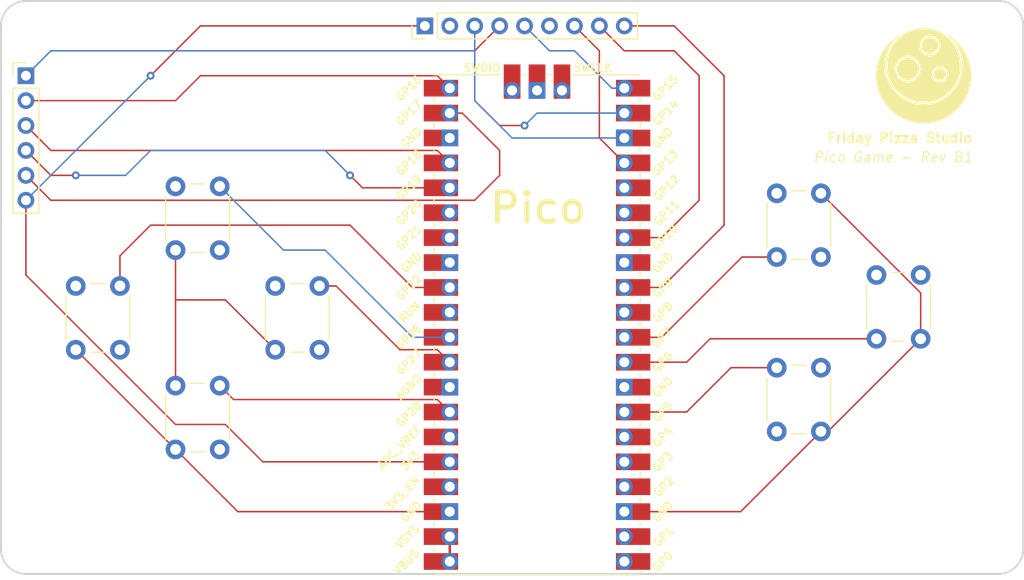
<source format=kicad_pcb>
(kicad_pcb (version 20221018) (generator pcbnew)
  (layers (0 "F.Cu" signal) (31 "B.Cu" signal) (34 "B.Paste" user) (35 "F.Paste" user) (36 "B.SilkS" user "B.Silkscreen") (37 "F.SilkS" user "F.Silkscreen") (38 "B.Mask" user) (39 "F.Mask" user) (44 "Edge.Cuts" user))
  (net 0 "")
  (footprint "Button_Switch_THT:SW_PUSH_6mm" (layer "F.Cu") (at 114.3 114.3 90)
    (fp_text reference "REF**" hide)
    (fp_text value "Bottom")
    (fp_line (start -0.25 1.5) (end -0.25 3) (stroke (width 0.12)) (layer "F.SilkS"))
    (fp_line (start 1 5.5) (end 5.5 5.5) (stroke (width 0.12)) (layer "F.SilkS"))
    (fp_line (start 5.5 -1) (end 1 -1) (stroke (width 0.12)) (layer "F.SilkS"))
    (fp_line (start 6.75 3) (end 6.75 1.5) (stroke (width 0.12)) (layer "F.SilkS"))
    (pad "1" thru_hole circle (at 0 0 180) (size 2 2) (drill 1.1) (layers "*.Cu" "*.Mask"))
    (pad "1" thru_hole circle (at 6.5 0 180) (size 2 2) (drill 1.1) (layers "*.Cu" "*.Mask"))
    (pad "2" thru_hole circle (at 0 4.5 180) (size 2 2) (drill 1.1) (layers "*.Cu" "*.Mask"))
    (pad "2" thru_hole circle (at 6.5 4.5 180) (size 2 2) (drill 1.1) (layers "*.Cu" "*.Mask"))
  )
  (footprint "Button_Switch_THT:SW_PUSH_6mm" (layer "F.Cu") (at 104.14 104.14 90)
    (fp_text reference "REF**" hide)
    (fp_text value "Left")
    (fp_line (start -0.25 1.5) (end -0.25 3) (stroke (width 0.12)) (layer "F.SilkS"))
    (fp_line (start 1 5.5) (end 5.5 5.5) (stroke (width 0.12)) (layer "F.SilkS"))
    (fp_line (start 5.5 -1) (end 1 -1) (stroke (width 0.12)) (layer "F.SilkS"))
    (fp_line (start 6.75 3) (end 6.75 1.5) (stroke (width 0.12)) (layer "F.SilkS"))
    (pad "1" thru_hole circle (at 0 0 180) (size 2 2) (drill 1.1) (layers "*.Cu" "*.Mask"))
    (pad "1" thru_hole circle (at 6.5 0 180) (size 2 2) (drill 1.1) (layers "*.Cu" "*.Mask"))
    (pad "2" thru_hole circle (at 0 4.5 180) (size 2 2) (drill 1.1) (layers "*.Cu" "*.Mask"))
    (pad "2" thru_hole circle (at 6.5 4.5 180) (size 2 2) (drill 1.1) (layers "*.Cu" "*.Mask"))
  )
  (footprint "" (layer "F.Cu") (at 198.12 71.12)
    (fp_text reference "" (at 0 0) (layer "F.SilkS") (effects (font (size 1.27 1.27))))
    (fp_text value "" (at 0 0) (layer "F.SilkS") (effects (font (size 1.27 1.27))))
    (pad "" np_thru_hole circle (at 0 0) (size 2.7 2.7) (drill 2.7) (layers "F&B.Cu" "*.Mask"))
  )
  (footprint "Button_Switch_THT:SW_PUSH_6mm" (layer "F.Cu") (at 114.3 93.98 90)
    (fp_text reference "REF**" hide)
    (fp_text value "Top")
    (fp_line (start -0.25 1.5) (end -0.25 3) (stroke (width 0.12)) (layer "F.SilkS"))
    (fp_line (start 1 5.5) (end 5.5 5.5) (stroke (width 0.12)) (layer "F.SilkS"))
    (fp_line (start 5.5 -1) (end 1 -1) (stroke (width 0.12)) (layer "F.SilkS"))
    (fp_line (start 6.75 3) (end 6.75 1.5) (stroke (width 0.12)) (layer "F.SilkS"))
    (pad "1" thru_hole circle (at 0 0 180) (size 2 2) (drill 1.1) (layers "*.Cu" "*.Mask"))
    (pad "1" thru_hole circle (at 6.5 0 180) (size 2 2) (drill 1.1) (layers "*.Cu" "*.Mask"))
    (pad "2" thru_hole circle (at 0 4.5 180) (size 2 2) (drill 1.1) (layers "*.Cu" "*.Mask"))
    (pad "2" thru_hole circle (at 6.5 4.5 180) (size 2 2) (drill 1.1) (layers "*.Cu" "*.Mask"))
  )
  (footprint "" (layer "F.Cu") (at 99.06 71.12)
    (fp_text reference "" (at 0 0) (layer "F.SilkS") (effects (font (size 1.27 1.27))))
    (fp_text value "" (at 0 0) (layer "F.SilkS") (effects (font (size 1.27 1.27))))
    (pad "" np_thru_hole circle (at 0 0) (size 2.7 2.7) (drill 2.7) (layers "F&B.Cu" "*.Mask"))
  )
  (footprint "Connector_PinHeader_2.54mm:PinHeader_1x09_P2.54mm_Vertical" (layer "F.Cu") (at 139.7 71.12 90)
    (fp_text reference "REF**" hide)
    (fp_text value "PinHeader_1x09_P2.54mm_Vertical" hide)
    (fp_line (start -1.33 -1.33) (end 0 -1.33) (stroke (width 0.12)) (layer "F.SilkS"))
    (fp_line (start -1.33 0) (end -1.33 -1.33) (stroke (width 0.12)) (layer "F.SilkS"))
    (fp_line (start -1.33 1.27) (end -1.33 21.65) (stroke (width 0.12)) (layer "F.SilkS"))
    (fp_line (start -1.33 1.27) (end 1.33 1.27) (stroke (width 0.12)) (layer "F.SilkS"))
    (fp_line (start -1.33 21.65) (end 1.33 21.65) (stroke (width 0.12)) (layer "F.SilkS"))
    (fp_line (start 1.33 1.27) (end 1.33 21.65) (stroke (width 0.12)) (layer "F.SilkS"))
    (pad "1" thru_hole rect (at 0 0 90) (size 1.7 1.7) (drill 1) (layers "*.Cu" "*.Mask"))
    (pad "2" thru_hole oval (at 0 2.54 90) (size 1.7 1.7) (drill 1) (layers "*.Cu" "*.Mask"))
    (pad "3" thru_hole oval (at 0 5.08 90) (size 1.7 1.7) (drill 1) (layers "*.Cu" "*.Mask"))
    (pad "4" thru_hole oval (at 0 7.62 90) (size 1.7 1.7) (drill 1) (layers "*.Cu" "*.Mask"))
    (pad "5" thru_hole oval (at 0 10.16 90) (size 1.7 1.7) (drill 1) (layers "*.Cu" "*.Mask"))
    (pad "6" thru_hole oval (at 0 12.7 90) (size 1.7 1.7) (drill 1) (layers "*.Cu" "*.Mask"))
    (pad "7" thru_hole oval (at 0 15.24 90) (size 1.7 1.7) (drill 1) (layers "*.Cu" "*.Mask"))
    (pad "8" thru_hole oval (at 0 17.78 90) (size 1.7 1.7) (drill 1) (layers "*.Cu" "*.Mask"))
    (pad "9" thru_hole oval (at 0 20.32 90) (size 1.7 1.7) (drill 1) (layers "*.Cu" "*.Mask"))
  )
  (footprint "RaspberryPi_and_Boards:logo" (layer "F.Cu") (at 190.5 76.2)
    (fp_text reference "G***" hide)
    (fp_text value "LOGO" hide)
    (fp_poly (pts (xy 1.75652 -0.770634) (xy 1.886056 -0.734581) (xy 2.004933 -0.672486) (xy 2.109196 -0.587808) (xy 2.194887 -0.484007) (xy 2.258051 -0.364542) (xy 2.29473 -0.232875) (xy 2.300969 -0.092464) (xy 2.294833 -0.039379) (xy 2.254934 0.102389) (xy 2.185492 0.229079) (xy 2.091038 0.336566) (xy 1.976104 0.420725) (xy 1.845223 0.47743) (xy 1.702927 0.502555) (xy 1.699266 0.502743) (xy 1.623561 0.503252) (xy 1.551689 0.498563) (xy 1.5075 0.491437) (xy 1.370062 0.438925) (xy 1.250236 0.357366) (xy 1.151828 0.251443) (xy 1.078647 0.125835) (xy 1.034501 -0.014776) (xy 1.023588 -0.103393) (xy 1.032459 -0.255015) (xy 1.074251 -0.394711) (xy 1.146403 -0.518857) (xy 1.246355 -0.623831) (xy 1.371544 -0.706011) (xy 1.4813 -0.750774) (xy 1.620283 -0.777185)) (fill solid) (layer "F.SilkS"))
    (fp_poly (pts (xy 0.813733 -3.918643) (xy 0.978883 -3.869001) (xy 1.127616 -3.789203) (xy 1.256859 -3.681653) (xy 1.363538 -3.548755) (xy 1.444581 -3.392915) (xy 1.48443 -3.271387) (xy 1.509415 -3.10359) (xy 1.499161 -2.93727) (xy 1.454793 -2.776311) (xy 1.377434 -2.624595) (xy 1.268209 -2.486007) (xy 1.252493 -2.469922) (xy 1.114026 -2.354635) (xy 0.96307 -2.271601) (xy 0.803036 -2.221809) (xy 0.637337 -2.206247) (xy 0.469386 -2.225904) (xy 0.437303 -2.233755) (xy 0.268384 -2.296244) (xy 0.120475 -2.386677) (xy -0.00393 -2.501827) (xy -0.102334 -2.638468) (xy -0.172242 -2.793371) (xy -0.211157 -2.963311) (xy -0.218651 -3.081834) (xy -0.201483 -3.253339) (xy -0.152222 -3.41307) (xy -0.074234 -3.557661) (xy 0.029114 -3.683744) (xy 0.154458 -3.787956) (xy 0.298431 -3.86693) (xy 0.457668 -3.9173) (xy 0.628802 -3.935701) (xy 0.635239 -3.935725)) (fill solid) (layer "F.SilkS"))
    (fp_poly (pts (xy -1.47781 -1.810115) (xy -1.376221 -1.800996) (xy -1.286515 -1.781921) (xy -1.196532 -1.749991) (xy -1.094112 -1.702304) (xy -1.051448 -1.68051) (xy -0.947438 -1.614459) (xy -0.839283 -1.525118) (xy -0.737516 -1.422552) (xy -0.65267 -1.316829) (xy -0.622778 -1.27084) (xy -0.545564 -1.121932) (xy -0.496133 -0.976542) (xy -0.470884 -0.821623) (xy -0.465675 -0.701507) (xy -0.476073 -0.5152) (xy -0.510781 -0.348761) (xy -0.57203 -0.19306) (xy -0.605372 -0.130138) (xy -0.672641 -0.030897) (xy -0.761878 0.073815) (xy -0.862562 0.172968) (xy -0.964171 0.255529) (xy -0.990427 0.273564) (xy -1.143623 0.354405) (xy -1.315881 0.411531) (xy -1.497274 0.443127) (xy -1.677875 0.447382) (xy -1.829589 0.426775) (xy -2.021484 0.366648) (xy -2.193543 0.278818) (xy -2.344344 0.166767) (xy -2.472465 0.033979) (xy -2.576484 -0.116062) (xy -2.654979 -0.279873) (xy -2.706528 -0.45397) (xy -2.72971 -0.634869) (xy -2.723101 -0.819087) (xy -2.68528 -1.003139) (xy -2.614826 -1.183543) (xy -2.54008 -1.313801) (xy -2.41723 -1.469157) (xy -2.270679 -1.598297) (xy -2.098456 -1.702755) (xy -1.967862 -1.759646) (xy -1.905407 -1.781952) (xy -1.851168 -1.796834) (xy -1.794676 -1.805802) (xy -1.725459 -1.810365) (xy -1.63305 -1.812032) (xy -1.603443 -1.812179)) (fill solid) (layer "F.SilkS"))
    (fp_poly (pts (xy -2.374964 -4.192892) (xy -2.404634 -4.161181) (xy -2.453512 -4.11542) (xy -2.517037 -4.060046) (xy -2.532949 -4.04666) (xy -2.795182 -3.804208) (xy -3.035427 -3.534817) (xy -3.251329 -3.242251) (xy -3.440533 -2.930272) (xy -3.600685 -2.602643) (xy -3.72943 -2.263127) (xy -3.798607 -2.02434) (xy -3.832931 -1.882919) (xy -3.859376 -1.757343) (xy -3.878916 -1.638964) (xy -3.892525 -1.519133) (xy -3.901176 -1.389201) (xy -3.905842 -1.240521) (xy -3.907497 -1.064443) (xy -3.907514 -1.056815) (xy -3.906482 -0.872493) (xy -3.901901 -0.715813) (xy -3.892767 -0.578062) (xy -3.878079 -0.450529) (xy -3.856832 -0.324503) (xy -3.828025 -0.191271) (xy -3.790743 -0.042462) (xy -3.679198 0.312487) (xy -3.53571 0.65218) (xy -3.362094 0.974809) (xy -3.160167 1.278566) (xy -2.931745 1.561641) (xy -2.678644 1.822226) (xy -2.40268 2.058514) (xy -2.105669 2.268696) (xy -1.789428 2.450964) (xy -1.455771 2.603508) (xy -1.106516 2.724522) (xy -0.975928 2.760374) (xy -0.764801 2.808998) (xy -0.562219 2.843627) (xy -0.357525 2.865358) (xy -0.140065 2.875288) (xy 0.100817 2.874511) (xy 0.127547 2.873862) (xy 0.413197 2.859105) (xy 0.674812 2.829187) (xy 0.922317 2.782155) (xy 1.165643 2.716054) (xy 1.414715 2.628932) (xy 1.457676 2.612154) (xy 1.800156 2.457403) (xy 2.122738 2.273081) (xy 2.423974 2.061042) (xy 2.702418 1.82314) (xy 2.95662 1.561229) (xy 3.185134 1.277165) (xy 3.386511 0.972801) (xy 3.559305 0.649992) (xy 3.702067 0.310593) (xy 3.813351 -0.043543) (xy 3.891707 -0.41056) (xy 3.90932 -0.528408) (xy 3.922152 -0.657156) (xy 3.930461 -0.81156) (xy 3.934256 -0.981118) (xy 3.933548 -1.155327) (xy 3.928348 -1.323683) (xy 3.918665 -1.475685) (xy 3.908307 -1.57386) (xy 3.848545 -1.906843) (xy 3.757638 -2.241274) (xy 3.638865 -2.566648) (xy 3.514186 -2.836581) (xy 3.370724 -3.090172) (xy 3.203928 -3.339922) (xy 3.019574 -3.578614) (xy 2.823437 -3.799032) (xy 2.621293 -3.993957) (xy 2.519046 -4.080188) (xy 2.465122 -4.127628) (xy 2.443094 -4.158041) (xy 2.452789 -4.171711) (xy 2.462872 -4.172597) (xy 2.487758 -4.162371) (xy 2.536443 -4.134173) (xy 2.603445 -4.091725) (xy 2.68328 -4.038747) (xy 2.770466 -3.978961) (xy 2.85952 -3.916086) (xy 2.944958 -3.853845) (xy 3.021299 -3.795957) (xy 3.042898 -3.77897) (xy 3.15113 -3.687407) (xy 3.274221 -3.574117) (xy 3.405033 -3.446427) (xy 3.536429 -3.311666) (xy 3.661271 -3.177162) (xy 3.772424 -3.050243) (xy 3.862748 -2.938237) (xy 3.866278 -2.933572) (xy 4.106966 -2.585254) (xy 4.315178 -2.222522) (xy 4.490548 -1.847317) (xy 4.632707 -1.461576) (xy 4.741291 -1.06724) (xy 4.815931 -0.666247) (xy 4.856261 -0.260535) (xy 4.861915 0.147955) (xy 4.832525 0.557285) (xy 4.767725 0.965516) (xy 4.675226 1.342955) (xy 4.543204 1.736497) (xy 4.378493 2.115659) (xy 4.182655 2.478513) (xy 3.95725 2.823128) (xy 3.703838 3.147576) (xy 3.423981 3.449927) (xy 3.119239 3.728252) (xy 2.791172 3.980622) (xy 2.441342 4.205107) (xy 2.292547 4.288336) (xy 1.950825 4.453038) (xy 1.588173 4.592919) (xy 1.212481 4.705462) (xy 0.831639 4.788148) (xy 0.62883 4.819211) (xy 0.487828 4.834088) (xy 0.325728 4.845456) (xy 0.153075 4.85303) (xy -0.019586 4.856524) (xy -0.18171 4.855655) (xy -0.322752 4.850135) (xy -0.373529 4.846329) (xy -0.796447 4.79087) (xy -1.207974 4.701471) (xy -1.606548 4.578991) (xy -1.99061 4.424288) (xy -2.358596 4.238221) (xy -2.708947 4.021647) (xy -3.0401 3.775425) (xy -3.350495 3.500413) (xy -3.63857 3.197469) (xy -3.853434 2.933572) (xy -4.091113 2.592232) (xy -4.295741 2.237658) (xy -4.467961 1.868308) (xy -4.608412 1.482642) (xy -4.717737 1.079118) (xy -4.7939 0.674175) (xy -4.814488 0.498906) (xy -4.828218 0.299233) (xy -4.835007 0.08615) (xy -4.834771 -0.129348) (xy -4.827427 -0.336268) (xy -4.81289 -0.523615) (xy -4.803616 -0.601291) (xy -4.728489 -1.021577) (xy -4.619813 -1.428877) (xy -4.478544 -1.821699) (xy -4.305643 -2.198556) (xy -4.102066 -2.557958) (xy -3.868773 -2.898415) (xy -3.606721 -3.218437) (xy -3.316868 -3.516535) (xy -3.000173 -3.79122) (xy -2.657594 -4.041002) (xy -2.543152 -4.115119) (xy -2.47599 -4.15562) (xy -2.419401 -4.186527) (xy -2.380884 -4.203921) (xy -2.369062 -4.206115)) (fill solid) (layer "F.SilkS"))
    (fp_poly (pts (xy 0.256007 -4.831579) (xy 0.605973 -4.791218) (xy 0.950286 -4.718855) (xy 1.28652 -4.615264) (xy 1.612245 -4.481215) (xy 1.925033 -4.31748) (xy 2.222455 -4.12483) (xy 2.502084 -3.904039) (xy 2.76149 -3.655876) (xy 2.998245 -3.381113) (xy 3.04095 -3.325323) (xy 3.245362 -3.023734) (xy 3.419541 -2.705161) (xy 3.562604 -2.372712) (xy 3.67367 -2.029495) (xy 3.751855 -1.678617) (xy 3.796278 -1.323187) (xy 3.806056 -0.966311) (xy 3.789149 -0.689771) (xy 3.734115 -0.321402) (xy 3.644975 0.036649) (xy 3.522879 0.38225) (xy 3.368979 0.713269) (xy 3.184424 1.027575) (xy 2.970367 1.323035) (xy 2.727958 1.597517) (xy 2.458348 1.84889) (xy 2.386944 1.907781) (xy 2.093603 2.12095) (xy 1.781273 2.304801) (xy 1.453191 2.458324) (xy 1.112594 2.580508) (xy 0.762717 2.670341) (xy 0.406798 2.726814) (xy 0.048073 2.748915) (xy -0.273314 2.738674) (xy -0.637819 2.692496) (xy -0.994447 2.61138) (xy -1.340892 2.496401) (xy -1.674847 2.348636) (xy -1.994006 2.16916) (xy -2.296062 1.959048) (xy -2.578709 1.719376) (xy -2.689189 1.612067) (xy -2.933802 1.339534) (xy -3.148886 1.047307) (xy -3.333759 0.737874) (xy -3.487736 0.413722) (xy -3.610136 0.077337) (xy -3.700274 -0.268793) (xy -3.757468 -0.622183) (xy -3.757814 -0.627446) (xy -2.866278 -0.627446) (xy -2.857595 -0.495616) (xy -2.839367 -0.382842) (xy -2.834755 -0.364419) (xy -2.763041 -0.165212) (xy -2.661227 0.017552) (xy -2.532574 0.1806) (xy -2.380346 0.320658) (xy -2.207803 0.434449) (xy -2.018208 0.518701) (xy -1.927493 0.546289) (xy -1.786775 0.571908) (xy -1.627932 0.582391) (xy -1.465999 0.577718) (xy -1.316009 0.55787) (xy -1.268351 0.547139) (xy -1.072334 0.478696) (xy -0.89182 0.379305) (xy -0.730247 0.252403) (xy -0.591053 0.101428) (xy -0.477675 -0.070182) (xy -0.473366 -0.079853) (xy 0.880668 -0.079853) (xy 0.905284 0.06998) (xy 0.959984 0.214213) (xy 1.045555 0.348256) (xy 1.105369 0.415281) (xy 1.234826 0.520179) (xy 1.380022 0.593223) (xy 1.537598 0.633593) (xy 1.704191 0.64047) (xy 1.87644 0.613033) (xy 1.895377 0.607944) (xy 2.02785 0.553337) (xy 2.152088 0.469001) (xy 2.260864 0.361638) (xy 2.346948 0.237946) (xy 2.387285 0.15203) (xy 2.430913 -0.010032) (xy 2.440044 -0.171639) (xy 2.416423 -0.328535) (xy 2.361796 -0.476465) (xy 2.277909 -0.611172) (xy 2.166507 -0.728402) (xy 2.029336 -0.823898) (xy 1.9757 -0.851335) (xy 1.924905 -0.873639) (xy 1.879776 -0.888249) (xy 1.83026 -0.896766) (xy 1.766307 -0.900789) (xy 1.677864 -0.901918) (xy 1.657723 -0.901937) (xy 1.565719 -0.901398) (xy 1.499856 -0.898511) (xy 1.449836 -0.891365) (xy 1.40536 -0.878052) (xy 1.356129 -0.856664) (xy 1.320635 -0.839461) (xy 1.181284 -0.752399) (xy 1.067292 -0.643403) (xy 0.979448 -0.517061) (xy 0.918537 -0.377962) (xy 0.885348 -0.230696) (xy 0.880668 -0.079853) (xy -0.473366 -0.079853) (xy -0.393552 -0.258989) (xy -0.363909 -0.357303) (xy -0.337885 -0.501551) (xy -0.327364 -0.660696) (xy -0.332323 -0.820612) (xy -0.352742 -0.967169) (xy -0.36493 -1.017799) (xy -0.439341 -1.220598) (xy -0.543743 -1.405016) (xy -0.67536 -1.568287) (xy -0.831415 -1.707648) (xy -1.009134 -1.820335) (xy -1.205739 -1.903583) (xy -1.275466 -1.924441) (xy -1.382362 -1.944421) (xy -1.511027 -1.955057) (xy -1.647999 -1.956321) (xy -1.779818 -1.948187) (xy -1.893022 -1.930626) (xy -1.913199 -1.92573) (xy -2.112476 -1.855019) (xy -2.295677 -1.753414) (xy -2.459616 -1.624106) (xy -2.601109 -1.470285) (xy -2.71697 -1.295144) (xy -2.804015 -1.101874) (xy -2.835014 -1.002152) (xy -2.854993 -0.894224) (xy -2.865413 -0.764819) (xy -2.866278 -0.627446) (xy -3.757814 -0.627446) (xy -3.781035 -0.980345) (xy -3.77029 -1.340793) (xy -3.724553 -1.701039) (xy -3.669848 -1.957784) (xy -3.562732 -2.312687) (xy -3.423644 -2.6517) (xy -3.254184 -2.973108) (xy -3.169721 -3.101821) (xy -0.360848 -3.101821) (xy -0.351541 -2.931608) (xy -0.312896 -2.763543) (xy -0.244019 -2.601511) (xy -0.144016 -2.449394) (xy -0.063844 -2.359613) (xy 0.070361 -2.245031) (xy 0.214218 -2.161858) (xy 0.372704 -2.108117) (xy 0.550796 -2.081828) (xy 0.643631 -2.078387) (xy 0.744081 -2.079992) (xy 0.823653 -2.087802) (xy 0.897686 -2.103978) (xy 0.95828 -2.122725) (xy 1.134821 -2.199958) (xy 1.288439 -2.303954) (xy 1.417011 -2.431778) (xy 1.518413 -2.580497) (xy 1.590525 -2.747177) (xy 1.631223 -2.928882) (xy 1.639885 -3.065059) (xy 1.630732 -3.230176) (xy 1.601462 -3.374543) (xy 1.549358 -3.50943) (xy 1.518492 -3.568692) (xy 1.414884 -3.718103) (xy 1.286714 -3.844211) (xy 1.138782 -3.945179) (xy 0.975887 -4.019172) (xy 0.802826 -4.064351) (xy 0.624398 -4.07888) (xy 0.445403 -4.060922) (xy 0.320323 -4.027347) (xy 0.14931 -3.950805) (xy 0.001375 -3.849234) (xy -0.12259 -3.726515) (xy -0.221688 -3.586531) (xy -0.295027 -3.433166) (xy -0.341712 -3.270302) (xy -0.360848 -3.101821) (xy -3.169721 -3.101821) (xy -3.05595 -3.275196) (xy -2.830544 -3.556248) (xy -2.579563 -3.814549) (xy -2.304609 -4.048385) (xy -2.007281 -4.256039) (xy -1.689179 -4.435797) (xy -1.351901 -4.585943) (xy -1.1518 -4.657582) (xy -0.803514 -4.752941) (xy -0.451164 -4.813212) (xy -0.097181 -4.839168)) (fill solid) (layer "F.SilkS"))
  )
  (footprint "" (layer "F.Cu") (at 198.12 124.46)
    (fp_text reference "" (at 0 0) (layer "F.SilkS") (effects (font (size 1.27 1.27))))
    (fp_text value "" (at 0 0) (layer "F.SilkS") (effects (font (size 1.27 1.27))))
    (pad "" np_thru_hole circle (at 0 0) (size 2.7 2.7) (drill 2.7) (layers "F&B.Cu" "*.Mask"))
  )
  (footprint "" (layer "F.Cu") (at 198.12 124.46)
    (fp_text reference "" (at 0 0) (layer "F.SilkS") (effects (font (size 1.27 1.27))))
    (fp_text value "" (at 0 0) (layer "F.SilkS") (effects (font (size 1.27 1.27))))
    (pad "" np_thru_hole circle (at 0 0) (size 2.7 2.7) (drill 2.7) (layers "F&B.Cu" "*.Mask"))
  )
  (footprint "" (layer "F.Cu") (at 99.06 124.46)
    (fp_text reference "" (at 0 0) (layer "F.SilkS") (effects (font (size 1.27 1.27))))
    (fp_text value "" (at 0 0) (layer "F.SilkS") (effects (font (size 1.27 1.27))))
    (pad "" np_thru_hole circle (at 0 0) (size 2.7 2.7) (drill 2.7) (layers "F&B.Cu" "*.Mask"))
  )
  (footprint "Button_Switch_THT:SW_PUSH_6mm" (layer "F.Cu") (at 124.46 104.14 90)
    (fp_text reference "REF**" hide)
    (fp_text value "Right")
    (fp_line (start -0.25 1.5) (end -0.25 3) (stroke (width 0.12)) (layer "F.SilkS"))
    (fp_line (start 1 5.5) (end 5.5 5.5) (stroke (width 0.12)) (layer "F.SilkS"))
    (fp_line (start 5.5 -1) (end 1 -1) (stroke (width 0.12)) (layer "F.SilkS"))
    (fp_line (start 6.75 3) (end 6.75 1.5) (stroke (width 0.12)) (layer "F.SilkS"))
    (pad "1" thru_hole circle (at 0 0 180) (size 2 2) (drill 1.1) (layers "*.Cu" "*.Mask"))
    (pad "1" thru_hole circle (at 6.5 0 180) (size 2 2) (drill 1.1) (layers "*.Cu" "*.Mask"))
    (pad "2" thru_hole circle (at 0 4.5 180) (size 2 2) (drill 1.1) (layers "*.Cu" "*.Mask"))
    (pad "2" thru_hole circle (at 6.5 4.5 180) (size 2 2) (drill 1.1) (layers "*.Cu" "*.Mask"))
  )
  (footprint "Connector_PinHeader_2.54mm:PinHeader_1x06_P2.54mm_Vertical" (layer "F.Cu") (at 99.06 76.2)
    (fp_text reference "REF**" hide)
    (fp_text value "PinHeader_1x06_P2.54mm_Vertical" hide)
    (fp_line (start -1.33 -1.33) (end 0 -1.33) (stroke (width 0.12)) (layer "F.SilkS"))
    (fp_line (start -1.33 0) (end -1.33 -1.33) (stroke (width 0.12)) (layer "F.SilkS"))
    (fp_line (start -1.33 1.27) (end -1.33 14.03) (stroke (width 0.12)) (layer "F.SilkS"))
    (fp_line (start -1.33 1.27) (end 1.33 1.27) (stroke (width 0.12)) (layer "F.SilkS"))
    (fp_line (start -1.33 14.03) (end 1.33 14.03) (stroke (width 0.12)) (layer "F.SilkS"))
    (fp_line (start 1.33 1.27) (end 1.33 14.03) (stroke (width 0.12)) (layer "F.SilkS"))
    (pad "1" thru_hole rect (at 0 0) (size 1.7 1.7) (drill 1) (layers "*.Cu" "*.Mask"))
    (pad "2" thru_hole oval (at 0 2.54) (size 1.7 1.7) (drill 1) (layers "*.Cu" "*.Mask"))
    (pad "3" thru_hole oval (at 0 5.08) (size 1.7 1.7) (drill 1) (layers "*.Cu" "*.Mask"))
    (pad "4" thru_hole oval (at 0 7.62) (size 1.7 1.7) (drill 1) (layers "*.Cu" "*.Mask"))
    (pad "5" thru_hole oval (at 0 10.16) (size 1.7 1.7) (drill 1) (layers "*.Cu" "*.Mask"))
    (pad "6" thru_hole oval (at 0 12.7) (size 1.7 1.7) (drill 1) (layers "*.Cu" "*.Mask"))
  )
  (footprint "Button_Switch_THT:SW_PUSH_6mm" (layer "F.Cu") (at 185.71 103.02 90)
    (fp_text reference "REF**" hide)
    (fp_text value "Select")
    (fp_line (start -0.25 1.5) (end -0.25 3) (stroke (width 0.12)) (layer "F.SilkS"))
    (fp_line (start 1 5.5) (end 5.5 5.5) (stroke (width 0.12)) (layer "F.SilkS"))
    (fp_line (start 5.5 -1) (end 1 -1) (stroke (width 0.12)) (layer "F.SilkS"))
    (fp_line (start 6.75 3) (end 6.75 1.5) (stroke (width 0.12)) (layer "F.SilkS"))
    (pad "1" thru_hole circle (at 0 0 180) (size 2 2) (drill 1.1) (layers "*.Cu" "*.Mask"))
    (pad "1" thru_hole circle (at 6.5 0 180) (size 2 2) (drill 1.1) (layers "*.Cu" "*.Mask"))
    (pad "2" thru_hole circle (at 0 4.5 180) (size 2 2) (drill 1.1) (layers "*.Cu" "*.Mask"))
    (pad "2" thru_hole circle (at 6.5 4.5 180) (size 2 2) (drill 1.1) (layers "*.Cu" "*.Mask"))
  )
  (footprint "" (layer "F.Cu") (at 99.06 124.46)
    (fp_text reference "" (at 0 0) (layer "F.SilkS") (effects (font (size 1.27 1.27))))
    (fp_text value "" (at 0 0) (layer "F.SilkS") (effects (font (size 1.27 1.27))))
    (pad "" np_thru_hole circle (at 0 0) (size 2.7 2.7) (drill 2.7) (layers "F&B.Cu" "*.Mask"))
  )
  (footprint "RaspberryPi_and_Boards:Pico_Flip" (layer "F.Cu") (at 151.13 101.6 180)
    (fp_text reference "REF**" hide)
    (fp_text value "Pico_Flip")
    (fp_text user "VBUS" (at 13.3 -24.2 45) (layer "F.SilkS") (effects (font (size 0.8 0.8))))
    (fp_text user "SWCLK" (at -5.7 26.2) (layer "F.SilkS") (effects (font (size 0.8 0.8))))
    (fp_text user "GP8" (at -12.8 1.27 45) (layer "F.SilkS") (effects (font (size 0.8 0.8))))
    (fp_text user "GP3" (at -12.8 -13.97 45) (layer "F.SilkS") (effects (font (size 0.8 0.8))))
    (fp_text user "GP4" (at -12.8 -11.43 45) (layer "F.SilkS") (effects (font (size 0.8 0.8))))
    (fp_text user "GP22" (at 13.054 3.81 45) (layer "F.SilkS") (effects (font (size 0.8 0.8))))
    (fp_text user "GP13" (at -13.054 16.51 45) (layer "F.SilkS") (effects (font (size 0.8 0.8))))
    (fp_text user "GP0" (at -12.8 -24.13 45) (layer "F.SilkS") (effects (font (size 0.8 0.8))))
    (fp_text user "3V3" (at 12.9 -13.9 45) (layer "F.SilkS") (effects (font (size 0.8 0.8))))
    (fp_text user "GP7" (at -12.7 -1.3 45) (layer "F.SilkS") (effects (font (size 0.8 0.8))))
    (fp_text user "GP21" (at 13.054 8.9 45) (layer "F.SilkS") (effects (font (size 0.8 0.8))))
    (fp_text user "GP14" (at -13.1 21.59 45) (layer "F.SilkS") (effects (font (size 0.8 0.8))))
    (fp_text user "AGND" (at 13.054 -6.35 45) (layer "F.SilkS") (effects (font (size 0.8 0.8))))
    (fp_text user "GND" (at -12.8 6.35 45) (layer "F.SilkS") (effects (font (size 0.8 0.8))))
    (fp_text user "Pico" (at 5.08 10.16 unlocked) (layer "F.SilkS") (effects (font (size 3 3) (thickness 0.5) bold) (justify left bottom)))
    (fp_text user "GP27" (at 13.054 -3.8 45) (layer "F.SilkS") (effects (font (size 0.8 0.8))))
    (fp_text user "GP9" (at -12.8 3.81 45) (layer "F.SilkS") (effects (font (size 0.8 0.8))))
    (fp_text user "GP1" (at -12.9 -21.6 45) (layer "F.SilkS") (effects (font (size 0.8 0.8))))
    (fp_text user "GP15" (at -13.054 24.13 45) (layer "F.SilkS") (effects (font (size 0.8 0.8))))
    (fp_text user "GP19" (at 13.054 13.97 45) (layer "F.SilkS") (effects (font (size 0.8 0.8))))
    (fp_text user "GND" (at 12.8 -19.05 45) (layer "F.SilkS") (effects (font (size 0.8 0.8))))
    (fp_text user "GP12" (at -13.2 13.97 45) (layer "F.SilkS") (effects (font (size 0.8 0.8))))
    (fp_text user "RUN" (at 13 1.27 45) (layer "F.SilkS") (effects (font (size 0.8 0.8))))
    (fp_text user "GND" (at 12.8 19.05 45) (layer "F.SilkS") (effects (font (size 0.8 0.8))))
    (fp_text user "3V3_EN" (at 13.7 -17.2 45) (layer "F.SilkS") (effects (font (size 0.8 0.8))))
    (fp_text user "GP6" (at -12.8 -3.81 45) (layer "F.SilkS") (effects (font (size 0.8 0.8))))
    (fp_text user "GP16" (at 13.054 24.13 45) (layer "F.SilkS") (effects (font (size 0.8 0.8))))
    (fp_text user "GP17" (at 13.054 21.59 45) (layer "F.SilkS") (effects (font (size 0.8 0.8))))
    (fp_text user "GP26" (at 13.054 -1.27 45) (layer "F.SilkS") (effects (font (size 0.8 0.8))))
    (fp_text user "GP10" (at -13.054 8.89 45) (layer "F.SilkS") (effects (font (size 0.8 0.8))))
    (fp_text user "GND" (at -12.8 -6.35 45) (layer "F.SilkS") (effects (font (size 0.8 0.8))))
    (fp_text user "GP5" (at -12.8 -8.89 45) (layer "F.SilkS") (effects (font (size 0.8 0.8))))
    (fp_text user "GND" (at -12.8 -19.05 45) (layer "F.SilkS") (effects (font (size 0.8 0.8))))
    (fp_text user "GP20" (at 13.054 11.43 45) (layer "F.SilkS") (effects (font (size 0.8 0.8))))
    (fp_text user "GP18" (at 13.054 16.51 45) (layer "F.SilkS") (effects (font (size 0.8 0.8))))
    (fp_text user "SWDIO" (at 5.6 26.2) (layer "F.SilkS") (effects (font (size 0.8 0.8))))
    (fp_text user "GP11" (at -13.2 11.43 45) (layer "F.SilkS") (effects (font (size 0.8 0.8))))
    (fp_text user "ADC_VREF" (at 14 -12.5 45) (layer "F.SilkS") (effects (font (size 0.8 0.8))))
    (fp_text user "GND" (at -12.8 19.05 45) (layer "F.SilkS") (effects (font (size 0.8 0.8))))
    (fp_text user "GP28" (at 13.054 -9.144 45) (layer "F.SilkS") (effects (font (size 0.8 0.8))))
    (fp_text user "GND" (at 12.8 6.35 45) (layer "F.SilkS") (effects (font (size 0.8 0.8))))
    (fp_text user "VSYS" (at 13.2 -21.59 45) (layer "F.SilkS") (effects (font (size 0.8 0.8))))
    (fp_text user "GP2" (at -12.9 -16.51 45) (layer "F.SilkS") (effects (font (size 0.8 0.8))))
    (fp_line (start -10.5 -25.5) (end -10.5 -25.2) (stroke (width 0.12)) (layer "F.SilkS"))
    (fp_line (start -10.5 -25.5) (end 10.5 -25.5) (stroke (width 0.12)) (layer "F.SilkS"))
    (fp_line (start -10.5 -23.1) (end -10.5 -22.7) (stroke (width 0.12)) (layer "F.SilkS"))
    (fp_line (start -10.5 -20.5) (end -10.5 -20.1) (stroke (width 0.12)) (layer "F.SilkS"))
    (fp_line (start -10.5 -18) (end -10.5 -17.6) (stroke (width 0.12)) (layer "F.SilkS"))
    (fp_line (start -10.5 -15.4) (end -10.5 -15) (stroke (width 0.12)) (layer "F.SilkS"))
    (fp_line (start -10.5 -12.9) (end -10.5 -12.5) (stroke (width 0.12)) (layer "F.SilkS"))
    (fp_line (start -10.5 -10.4) (end -10.5 -10) (stroke (width 0.12)) (layer "F.SilkS"))
    (fp_line (start -10.5 -7.8) (end -10.5 -7.4) (stroke (width 0.12)) (layer "F.SilkS"))
    (fp_line (start -10.5 -5.3) (end -10.5 -4.9) (stroke (width 0.12)) (layer "F.SilkS"))
    (fp_line (start -10.5 -2.7) (end -10.5 -2.3) (stroke (width 0.12)) (layer "F.SilkS"))
    (fp_line (start -10.5 -0.2) (end -10.5 0.2) (stroke (width 0.12)) (layer "F.SilkS"))
    (fp_line (start -10.5 2.3) (end -10.5 2.7) (stroke (width 0.12)) (layer "F.SilkS"))
    (fp_line (start -10.5 4.9) (end -10.5 5.3) (stroke (width 0.12)) (layer "F.SilkS"))
    (fp_line (start -10.5 7.4) (end -10.5 7.8) (stroke (width 0.12)) (layer "F.SilkS"))
    (fp_line (start -10.5 10) (end -10.5 10.4) (stroke (width 0.12)) (layer "F.SilkS"))
    (fp_line (start -10.5 12.5) (end -10.5 12.9) (stroke (width 0.12)) (layer "F.SilkS"))
    (fp_line (start -10.5 15.1) (end -10.5 15.5) (stroke (width 0.12)) (layer "F.SilkS"))
    (fp_line (start -10.5 17.6) (end -10.5 18) (stroke (width 0.12)) (layer "F.SilkS"))
    (fp_line (start -10.5 20.1) (end -10.5 20.5) (stroke (width 0.12)) (layer "F.SilkS"))
    (fp_line (start -10.5 22.7) (end -10.5 23.1) (stroke (width 0.12)) (layer "F.SilkS"))
    (fp_line (start -3.7 25.5) (end -10.5 25.5) (stroke (width 0.12)) (layer "F.SilkS"))
    (fp_line (start -1.5 25.5) (end -1.1 25.5) (stroke (width 0.12)) (layer "F.SilkS"))
    (fp_line (start 1.1 25.5) (end 1.5 25.5) (stroke (width 0.12)) (layer "F.SilkS"))
    (fp_line (start 10.5 -25.5) (end 10.5 -25.2) (stroke (width 0.12)) (layer "F.SilkS"))
    (fp_line (start 10.5 -23.1) (end 10.5 -22.7) (stroke (width 0.12)) (layer "F.SilkS"))
    (fp_line (start 10.5 -20.5) (end 10.5 -20.1) (stroke (width 0.12)) (layer "F.SilkS"))
    (fp_line (start 10.5 -18) (end 10.5 -17.6) (stroke (width 0.12)) (layer "F.SilkS"))
    (fp_line (start 10.5 -15.4) (end 10.5 -15) (stroke (width 0.12)) (layer "F.SilkS"))
    (fp_line (start 10.5 -12.9) (end 10.5 -12.5) (stroke (width 0.12)) (layer "F.SilkS"))
    (fp_line (start 10.5 -10.4) (end 10.5 -10) (stroke (width 0.12)) (layer "F.SilkS"))
    (fp_line (start 10.5 -7.8) (end 10.5 -7.4) (stroke (width 0.12)) (layer "F.SilkS"))
    (fp_line (start 10.5 -5.3) (end 10.5 -4.9) (stroke (width 0.12)) (layer "F.SilkS"))
    (fp_line (start 10.5 -2.7) (end 10.5 -2.3) (stroke (width 0.12)) (layer "F.SilkS"))
    (fp_line (start 10.5 -0.2) (end 10.5 0.2) (stroke (width 0.12)) (layer "F.SilkS"))
    (fp_line (start 10.5 2.3) (end 10.5 2.7) (stroke (width 0.12)) (layer "F.SilkS"))
    (fp_line (start 10.5 4.9) (end 10.5 5.3) (stroke (width 0.12)) (layer "F.SilkS"))
    (fp_line (start 10.5 7.4) (end 10.5 7.8) (stroke (width 0.12)) (layer "F.SilkS"))
    (fp_line (start 10.5 10) (end 10.5 10.4) (stroke (width 0.12)) (layer "F.SilkS"))
    (fp_line (start 10.5 12.5) (end 10.5 12.9) (stroke (width 0.12)) (layer "F.SilkS"))
    (fp_line (start 10.5 15.1) (end 10.5 15.5) (stroke (width 0.12)) (layer "F.SilkS"))
    (fp_line (start 10.5 17.6) (end 10.5 18) (stroke (width 0.12)) (layer "F.SilkS"))
    (fp_line (start 10.5 20.1) (end 10.5 20.5) (stroke (width 0.12)) (layer "F.SilkS"))
    (fp_line (start 10.5 22.7) (end 10.5 23.1) (stroke (width 0.12)) (layer "F.SilkS"))
    (fp_line (start 10.5 25.5) (end 3.7 25.5) (stroke (width 0.12)) (layer "F.SilkS"))
    (pad "" np_thru_hole oval (at -2.725 -24 180) (size 1.8 1.8) (drill 1.8) (layers "*.Cu" "*.Mask"))
    (pad "" np_thru_hole oval (at -2.425 -20.97 180) (size 1.5 1.5) (drill 1.5) (layers "*.Cu" "*.Mask"))
    (pad "" np_thru_hole oval (at 2.425 -20.97 180) (size 1.5 1.5) (drill 1.5) (layers "*.Cu" "*.Mask"))
    (pad "" np_thru_hole oval (at 2.725 -24 180) (size 1.8 1.8) (drill 1.8) (layers "*.Cu" "*.Mask"))
    (pad "1" thru_hole oval (at -8.89 -24.13 180) (size 1.7 1.7) (drill 1.02) (layers "*.Cu" "*.Mask"))
    (pad "1" smd rect (at -8.89 -24.13 180) (size 3.5 1.7) (drill (offset -0.9 0)) (layers "F.Cu" "F.Mask"))
    (pad "2" thru_hole oval (at -8.89 -21.59 180) (size 1.7 1.7) (drill 1.02) (layers "*.Cu" "*.Mask"))
    (pad "2" smd rect (at -8.89 -21.59 180) (size 3.5 1.7) (drill (offset -0.9 0)) (layers "F.Cu" "F.Mask"))
    (pad "3" thru_hole rect (at -8.89 -19.05 180) (size 1.7 1.7) (drill 1.02) (layers "*.Cu" "*.Mask"))
    (pad "3" smd rect (at -8.89 -19.05 180) (size 3.5 1.7) (drill (offset -0.9 0)) (layers "F.Cu" "F.Mask"))
    (pad "4" thru_hole oval (at -8.89 -16.51 180) (size 1.7 1.7) (drill 1.02) (layers "*.Cu" "*.Mask"))
    (pad "4" smd rect (at -8.89 -16.51 180) (size 3.5 1.7) (drill (offset -0.9 0)) (layers "F.Cu" "F.Mask"))
    (pad "5" thru_hole oval (at -8.89 -13.97 180) (size 1.7 1.7) (drill 1.02) (layers "*.Cu" "*.Mask"))
    (pad "5" smd rect (at -8.89 -13.97 180) (size 3.5 1.7) (drill (offset -0.9 0)) (layers "F.Cu" "F.Mask"))
    (pad "6" thru_hole oval (at -8.89 -11.43 180) (size 1.7 1.7) (drill 1.02) (layers "*.Cu" "*.Mask"))
    (pad "6" smd rect (at -8.89 -11.43 180) (size 3.5 1.7) (drill (offset -0.9 0)) (layers "F.Cu" "F.Mask"))
    (pad "7" thru_hole oval (at -8.89 -8.89 180) (size 1.7 1.7) (drill 1.02) (layers "*.Cu" "*.Mask"))
    (pad "7" smd rect (at -8.89 -8.89 180) (size 3.5 1.7) (drill (offset -0.9 0)) (layers "F.Cu" "F.Mask"))
    (pad "8" thru_hole rect (at -8.89 -6.35 180) (size 1.7 1.7) (drill 1.02) (layers "*.Cu" "*.Mask"))
    (pad "8" smd rect (at -8.89 -6.35 180) (size 3.5 1.7) (drill (offset -0.9 0)) (layers "F.Cu" "F.Mask"))
    (pad "9" thru_hole oval (at -8.89 -3.81 180) (size 1.7 1.7) (drill 1.02) (layers "*.Cu" "*.Mask"))
    (pad "9" smd rect (at -8.89 -3.81 180) (size 3.5 1.7) (drill (offset -0.9 0)) (layers "F.Cu" "F.Mask"))
    (pad "10" thru_hole oval (at -8.89 -1.27 180) (size 1.7 1.7) (drill 1.02) (layers "*.Cu" "*.Mask"))
    (pad "10" smd rect (at -8.89 -1.27 180) (size 3.5 1.7) (drill (offset -0.9 0)) (layers "F.Cu" "F.Mask"))
    (pad "11" thru_hole oval (at -8.89 1.27 180) (size 1.7 1.7) (drill 1.02) (layers "*.Cu" "*.Mask"))
    (pad "11" smd rect (at -8.89 1.27 180) (size 3.5 1.7) (drill (offset -0.9 0)) (layers "F.Cu" "F.Mask"))
    (pad "12" thru_hole oval (at -8.89 3.81 180) (size 1.7 1.7) (drill 1.02) (layers "*.Cu" "*.Mask"))
    (pad "12" smd rect (at -8.89 3.81 180) (size 3.5 1.7) (drill (offset -0.9 0)) (layers "F.Cu" "F.Mask"))
    (pad "13" thru_hole rect (at -8.89 6.35 180) (size 1.7 1.7) (drill 1.02) (layers "*.Cu" "*.Mask"))
    (pad "13" smd rect (at -8.89 6.35 180) (size 3.5 1.7) (drill (offset -0.9 0)) (layers "F.Cu" "F.Mask"))
    (pad "14" thru_hole oval (at -8.89 8.89 180) (size 1.7 1.7) (drill 1.02) (layers "*.Cu" "*.Mask"))
    (pad "14" smd rect (at -8.89 8.89 180) (size 3.5 1.7) (drill (offset -0.9 0)) (layers "F.Cu" "F.Mask"))
    (pad "15" thru_hole oval (at -8.89 11.43 180) (size 1.7 1.7) (drill 1.02) (layers "*.Cu" "*.Mask"))
    (pad "15" smd rect (at -8.89 11.43 180) (size 3.5 1.7) (drill (offset -0.9 0)) (layers "F.Cu" "F.Mask"))
    (pad "16" thru_hole oval (at -8.89 13.97 180) (size 1.7 1.7) (drill 1.02) (layers "*.Cu" "*.Mask"))
    (pad "16" smd rect (at -8.89 13.97 180) (size 3.5 1.7) (drill (offset -0.9 0)) (layers "F.Cu" "F.Mask"))
    (pad "17" thru_hole oval (at -8.89 16.51 180) (size 1.7 1.7) (drill 1.02) (layers "*.Cu" "*.Mask"))
    (pad "17" smd rect (at -8.89 16.51 180) (size 3.5 1.7) (drill (offset -0.9 0)) (layers "F.Cu" "F.Mask"))
    (pad "18" thru_hole rect (at -8.89 19.05 180) (size 1.7 1.7) (drill 1.02) (layers "*.Cu" "*.Mask"))
    (pad "18" smd rect (at -8.89 19.05 180) (size 3.5 1.7) (drill (offset -0.9 0)) (layers "F.Cu" "F.Mask"))
    (pad "19" thru_hole oval (at -8.89 21.59 180) (size 1.7 1.7) (drill 1.02) (layers "*.Cu" "*.Mask"))
    (pad "19" smd rect (at -8.89 21.59 180) (size 3.5 1.7) (drill (offset -0.9 0)) (layers "F.Cu" "F.Mask"))
    (pad "20" thru_hole oval (at -8.89 24.13 180) (size 1.7 1.7) (drill 1.02) (layers "*.Cu" "*.Mask"))
    (pad "20" smd rect (at -8.89 24.13 180) (size 3.5 1.7) (drill (offset -0.9 0)) (layers "F.Cu" "F.Mask"))
    (pad "21" thru_hole oval (at 8.89 24.13 180) (size 1.7 1.7) (drill 1.02) (layers "*.Cu" "*.Mask"))
    (pad "21" smd rect (at 8.89 24.13 180) (size 3.5 1.7) (drill (offset 0.9 0)) (layers "F.Cu" "F.Mask"))
    (pad "22" thru_hole oval (at 8.89 21.59 180) (size 1.7 1.7) (drill 1.02) (layers "*.Cu" "*.Mask"))
    (pad "22" smd rect (at 8.89 21.59 180) (size 3.5 1.7) (drill (offset 0.9 0)) (layers "F.Cu" "F.Mask"))
    (pad "23" thru_hole rect (at 8.89 19.05 180) (size 1.7 1.7) (drill 1.02) (layers "*.Cu" "*.Mask"))
    (pad "23" smd rect (at 8.89 19.05 180) (size 3.5 1.7) (drill (offset 0.9 0)) (layers "F.Cu" "F.Mask"))
    (pad "24" thru_hole oval (at 8.89 16.51 180) (size 1.7 1.7) (drill 1.02) (layers "*.Cu" "*.Mask"))
    (pad "24" smd rect (at 8.89 16.51 180) (size 3.5 1.7) (drill (offset 0.9 0)) (layers "F.Cu" "F.Mask"))
    (pad "25" thru_hole oval (at 8.89 13.97 180) (size 1.7 1.7) (drill 1.02) (layers "*.Cu" "*.Mask"))
    (pad "25" smd rect (at 8.89 13.97 180) (size 3.5 1.7) (drill (offset 0.9 0)) (layers "F.Cu" "F.Mask"))
    (pad "26" thru_hole oval (at 8.89 11.43 180) (size 1.7 1.7) (drill 1.02) (layers "*.Cu" "*.Mask"))
    (pad "26" smd rect (at 8.89 11.43 180) (size 3.5 1.7) (drill (offset 0.9 0)) (layers "F.Cu" "F.Mask"))
    (pad "27" thru_hole oval (at 8.89 8.89 180) (size 1.7 1.7) (drill 1.02) (layers "*.Cu" "*.Mask"))
    (pad "27" smd rect (at 8.89 8.89 180) (size 3.5 1.7) (drill (offset 0.9 0)) (layers "F.Cu" "F.Mask"))
    (pad "28" thru_hole rect (at 8.89 6.35 180) (size 1.7 1.7) (drill 1.02) (layers "*.Cu" "*.Mask"))
    (pad "28" smd rect (at 8.89 6.35 180) (size 3.5 1.7) (drill (offset 0.9 0)) (layers "F.Cu" "F.Mask"))
    (pad "29" thru_hole oval (at 8.89 3.81 180) (size 1.7 1.7) (drill 1.02) (layers "*.Cu" "*.Mask"))
    (pad "29" smd rect (at 8.89 3.81 180) (size 3.5 1.7) (drill (offset 0.9 0)) (layers "F.Cu" "F.Mask"))
    (pad "30" thru_hole oval (at 8.89 1.27 180) (size 1.7 1.7) (drill 1.02) (layers "*.Cu" "*.Mask"))
    (pad "30" smd rect (at 8.89 1.27 180) (size 3.5 1.7) (drill (offset 0.9 0)) (layers "F.Cu" "F.Mask"))
    (pad "31" thru_hole oval (at 8.89 -1.27 180) (size 1.7 1.7) (drill 1.02) (layers "*.Cu" "*.Mask"))
    (pad "31" smd rect (at 8.89 -1.27 180) (size 3.5 1.7) (drill (offset 0.9 0)) (layers "F.Cu" "F.Mask"))
    (pad "32" thru_hole oval (at 8.89 -3.81 180) (size 1.7 1.7) (drill 1.02) (layers "*.Cu" "*.Mask"))
    (pad "32" smd rect (at 8.89 -3.81 180) (size 3.5 1.7) (drill (offset 0.9 0)) (layers "F.Cu" "F.Mask"))
    (pad "33" thru_hole rect (at 8.89 -6.35 180) (size 1.7 1.7) (drill 1.02) (layers "*.Cu" "*.Mask"))
    (pad "33" smd rect (at 8.89 -6.35 180) (size 3.5 1.7) (drill (offset 0.9 0)) (layers "F.Cu" "F.Mask"))
    (pad "34" thru_hole oval (at 8.89 -8.89 180) (size 1.7 1.7) (drill 1.02) (layers "*.Cu" "*.Mask"))
    (pad "34" smd rect (at 8.89 -8.89 180) (size 3.5 1.7) (drill (offset 0.9 0)) (layers "F.Cu" "F.Mask"))
    (pad "35" thru_hole oval (at 8.89 -11.43 180) (size 1.7 1.7) (drill 1.02) (layers "*.Cu" "*.Mask"))
    (pad "35" smd rect (at 8.89 -11.43 180) (size 3.5 1.7) (drill (offset 0.9 0)) (layers "F.Cu" "F.Mask"))
    (pad "36" thru_hole oval (at 8.89 -13.97 180) (size 1.7 1.7) (drill 1.02) (layers "*.Cu" "*.Mask"))
    (pad "36" smd rect (at 8.89 -13.97 180) (size 3.5 1.7) (drill (offset 0.9 0)) (layers "F.Cu" "F.Mask"))
    (pad "37" thru_hole oval (at 8.89 -16.51 180) (size 1.7 1.7) (drill 1.02) (layers "*.Cu" "*.Mask"))
    (pad "37" smd rect (at 8.89 -16.51 180) (size 3.5 1.7) (drill (offset 0.9 0)) (layers "F.Cu" "F.Mask"))
    (pad "38" thru_hole rect (at 8.89 -19.05 180) (size 1.7 1.7) (drill 1.02) (layers "*.Cu" "*.Mask"))
    (pad "38" smd rect (at 8.89 -19.05 180) (size 3.5 1.7) (drill (offset 0.9 0)) (layers "F.Cu" "F.Mask"))
    (pad "39" thru_hole oval (at 8.89 -21.59 180) (size 1.7 1.7) (drill 1.02) (layers "*.Cu" "*.Mask"))
    (pad "39" smd rect (at 8.89 -21.59 180) (size 3.5 1.7) (drill (offset 0.9 0)) (layers "F.Cu" "F.Mask"))
    (pad "40" thru_hole oval (at 8.89 -24.13 180) (size 1.7 1.7) (drill 1.02) (layers "*.Cu" "*.Mask"))
    (pad "40" smd rect (at 8.89 -24.13 180) (size 3.5 1.7) (drill (offset 0.9 0)) (layers "F.Cu" "F.Mask"))
    (pad "41" thru_hole oval (at -2.54 23.9 180) (size 1.7 1.7) (drill 1.02) (layers "*.Cu" "*.Mask"))
    (pad "41" smd rect (at -2.54 23.9 270) (size 3.5 1.7) (drill (offset -0.9 0)) (layers "F.Cu" "F.Mask"))
    (pad "42" thru_hole rect (at 0 23.9 180) (size 1.7 1.7) (drill 1.02) (layers "*.Cu" "*.Mask"))
    (pad "42" smd rect (at 0 23.9 270) (size 3.5 1.7) (drill (offset -0.9 0)) (layers "F.Cu" "F.Mask"))
    (pad "43" thru_hole oval (at 2.54 23.9 180) (size 1.7 1.7) (drill 1.02) (layers "*.Cu" "*.Mask"))
    (pad "43" smd rect (at 2.54 23.9 270) (size 3.5 1.7) (drill (offset -0.9 0)) (layers "F.Cu" "F.Mask"))
  )
  (footprint "" (layer "F.Cu") (at 99.06 71.12)
    (fp_text reference "" (at 0 0) (layer "F.SilkS") (effects (font (size 1.27 1.27))))
    (fp_text value "" (at 0 0) (layer "F.SilkS") (effects (font (size 1.27 1.27))))
    (pad "" np_thru_hole circle (at 0 0) (size 2.7 2.7) (drill 2.7) (layers "F&B.Cu" "*.Mask"))
  )
  (footprint "Button_Switch_THT:SW_PUSH_6mm" (layer "F.Cu") (at 175.55 112.47 90)
    (fp_text reference "REF**" hide)
    (fp_text value "Select")
    (fp_line (start -0.25 1.5) (end -0.25 3) (stroke (width 0.12)) (layer "F.SilkS"))
    (fp_line (start 1 5.5) (end 5.5 5.5) (stroke (width 0.12)) (layer "F.SilkS"))
    (fp_line (start 5.5 -1) (end 1 -1) (stroke (width 0.12)) (layer "F.SilkS"))
    (fp_line (start 6.75 3) (end 6.75 1.5) (stroke (width 0.12)) (layer "F.SilkS"))
    (pad "1" thru_hole circle (at 0 0 180) (size 2 2) (drill 1.1) (layers "*.Cu" "*.Mask"))
    (pad "1" thru_hole circle (at 6.5 0 180) (size 2 2) (drill 1.1) (layers "*.Cu" "*.Mask"))
    (pad "2" thru_hole circle (at 0 4.5 180) (size 2 2) (drill 1.1) (layers "*.Cu" "*.Mask"))
    (pad "2" thru_hole circle (at 6.5 4.5 180) (size 2 2) (drill 1.1) (layers "*.Cu" "*.Mask"))
  )
  (footprint "Button_Switch_THT:SW_PUSH_6mm" (layer "F.Cu") (at 175.55 94.69 90)
    (fp_text reference "REF**" hide)
    (fp_text value "Select")
    (fp_line (start -0.25 1.5) (end -0.25 3) (stroke (width 0.12)) (layer "F.SilkS"))
    (fp_line (start 1 5.5) (end 5.5 5.5) (stroke (width 0.12)) (layer "F.SilkS"))
    (fp_line (start 5.5 -1) (end 1 -1) (stroke (width 0.12)) (layer "F.SilkS"))
    (fp_line (start 6.75 3) (end 6.75 1.5) (stroke (width 0.12)) (layer "F.SilkS"))
    (pad "1" thru_hole circle (at 0 0 180) (size 2 2) (drill 1.1) (layers "*.Cu" "*.Mask"))
    (pad "1" thru_hole circle (at 6.5 0 180) (size 2 2) (drill 1.1) (layers "*.Cu" "*.Mask"))
    (pad "2" thru_hole circle (at 0 4.5 180) (size 2 2) (drill 1.1) (layers "*.Cu" "*.Mask"))
    (pad "2" thru_hole circle (at 6.5 4.5 180) (size 2 2) (drill 1.1) (layers "*.Cu" "*.Mask"))
  )
  (gr_line (start 99.06 127) (end 198.12 127) (stroke (width 0.2)) (layer "Edge.Cuts"))
  (gr_arc (start 99.06 127) (mid 97.263949 126.256051) (end 96.52 124.46) (stroke (width 0.2)) (layer "Edge.Cuts"))
  (gr_arc (start 96.52 71.12) (mid 97.263949 69.323949) (end 99.06 68.58) (stroke (width 0.2)) (layer "Edge.Cuts"))
  (gr_arc (start 198.12 68.58) (mid 199.916051 69.323949) (end 200.66 71.12) (stroke (width 0.2)) (layer "Edge.Cuts"))
  (gr_arc (start 200.66 124.46) (mid 199.916051 126.256051) (end 198.12 127) (stroke (width 0.2)) (layer "Edge.Cuts"))
  (gr_line (start 99.06 68.58) (end 198.12 68.58) (stroke (width 0.2)) (layer "Edge.Cuts"))
  (gr_line (start 96.52 71.12) (end 96.52 124.46) (stroke (width 0.2)) (layer "Edge.Cuts"))
  (gr_line (start 200.66 71.12) (end 200.66 124.46) (stroke (width 0.2)) (layer "Edge.Cuts"))
  (gr_text "Pico Game - Rev B1" (at 195.58 85.09) (layer "F.SilkS") (effects (font (size 1 1) (thickness 0.125) italic) (justify right bottom)))
  (gr_text "Friday Pizza Studio" (at 195.58 82.55) (layer "F.SilkS") (effects (font (size 1 1) (thickness 0.2) bold) (justify right)))
  (segment (start 157.48 82.55) (end 157.48 73.66) (width 0.15) (layer "F.Cu") (net 0))
  (segment (start 165.1 71.12) (end 160.02 71.12) (width 0.15) (layer "F.Cu") (net 0))
  (segment (start 101.6 83.82) (end 140.97 83.82) (width 0.15) (layer "F.Cu") (net 0))
  (segment (start 99.06 78.74) (end 114.3 78.74) (width 0.15) (layer "F.Cu") (net 0))
  (segment (start 142.24 110.49) (end 140.97 109.22) (width 0.15) (layer "F.Cu") (net 0))
  (segment (start 147.32 83.82) (end 147.32 86.36) (width 0.15) (layer "F.Cu") (net 0))
  (segment (start 147.32 81.28) (end 144.78 78.74) (width 0.15) (layer "F.Cu") (net 0))
  (segment (start 123.19 115.57) (end 142.24 115.57) (width 0.15) (layer "F.Cu") (net 0))
  (segment (start 149.86 81.28) (end 147.32 81.28) (width 0.15) (layer "F.Cu") (net 0))
  (segment (start 130.66 97.64) (end 128.96 97.64) (width 0.15) (layer "F.Cu") (net 0))
  (segment (start 114.3 111.76) (end 119.38 111.76) (width 0.15) (layer "F.Cu") (net 0))
  (segment (start 142.24 87.63) (end 133.35 87.63) (width 0.15) (layer "F.Cu") (net 0))
  (segment (start 124.46 104.14) (end 119.38 99.06) (width 0.15) (layer "F.Cu") (net 0))
  (segment (start 160.02 97.79) (end 163.83 97.79) (width 0.15) (layer "F.Cu") (net 0))
  (segment (start 137.16 104.14) (end 130.66 97.64) (width 0.15) (layer "F.Cu") (net 0))
  (segment (start 108.64 94.56) (end 108.64 97.64) (width 0.15) (layer "F.Cu") (net 0))
  (segment (start 170.18 91.44) (end 170.18 76.2) (width 0.15) (layer "F.Cu") (net 0))
  (segment (start 167.64 88.9) (end 163.83 92.71) (width 0.15) (layer "F.Cu") (net 0))
  (segment (start 143.51 80.01) (end 147.32 83.82) (width 0.15) (layer "F.Cu") (net 0))
  (segment (start 133.35 87.63) (end 132.08 86.36) (width 0.15) (layer "F.Cu") (net 0))
  (segment (start 175.55 94.69) (end 172.01 94.69) (width 0.15) (layer "F.Cu") (net 0))
  (segment (start 99.06 88.9) (end 99.06 96.52) (width 0.15) (layer "F.Cu") (net 0))
  (segment (start 160.02 73.66) (end 165.1 73.66) (width 0.15) (layer "F.Cu") (net 0))
  (segment (start 116.84 76.2) (end 140.97 76.2) (width 0.15) (layer "F.Cu") (net 0))
  (segment (start 170.18 76.2) (end 165.1 71.12) (width 0.15) (layer "F.Cu") (net 0))
  (segment (start 180.05 112.47) (end 171.87 120.65) (width 0.15) (layer "F.Cu") (net 0))
  (segment (start 166.37 105.41) (end 160.02 105.41) (width 0.15) (layer "F.Cu") (net 0))
  (segment (start 144.78 78.74) (end 144.78 73.66) (width 0.15) (layer "F.Cu") (net 0))
  (segment (start 144.78 88.9) (end 101.6 88.9) (width 0.15) (layer "F.Cu") (net 0))
  (segment (start 163.83 97.79) (end 170.18 91.44) (width 0.15) (layer "F.Cu") (net 0))
  (segment (start 114.3 93.98) (end 114.3 99.06) (width 0.15) (layer "F.Cu") (net 0))
  (segment (start 101.6 88.9) (end 99.06 86.36) (width 0.15) (layer "F.Cu") (net 0))
  (segment (start 120.22 109.22) (end 118.8 107.8) (width 0.15) (layer "F.Cu") (net 0))
  (segment (start 165.1 73.66) (end 167.64 76.2) (width 0.15) (layer "F.Cu") (net 0))
  (segment (start 111.76 91.44) (end 108.64 94.56) (width 0.15) (layer "F.Cu") (net 0))
  (segment (start 99.06 96.52) (end 114.3 111.76) (width 0.15) (layer "F.Cu") (net 0))
  (segment (start 114.3 99.06) (end 114.3 107.8) (width 0.15) (layer "F.Cu") (net 0))
  (segment (start 104.14 86.36) (end 101.6 86.36) (width 0.15) (layer "F.Cu") (net 0))
  (segment (start 163.83 102.87) (end 160.02 102.87) (width 0.15) (layer "F.Cu") (net 0))
  (segment (start 163.83 92.71) (end 160.02 92.71) (width 0.15) (layer "F.Cu") (net 0))
  (segment (start 138.43 97.79) (end 132.08 91.44) (width 0.15) (layer "F.Cu") (net 0))
  (segment (start 140.97 109.22) (end 120.22 109.22) (width 0.15) (layer "F.Cu") (net 0))
  (segment (start 119.38 99.06) (end 114.3 99.06) (width 0.15) (layer "F.Cu") (net 0))
  (segment (start 142.24 123.19) (end 142.24 125.73) (width 0.25) (layer "F.Cu") (net 0))
  (segment (start 180.76 112.47) (end 180.05 112.47) (width 0.25) (layer "F.Cu") (net 0))
  (segment (start 180.05 88.19) (end 190.21 98.35) (width 0.15) (layer "F.Cu") (net 0))
  (segment (start 172.01 94.69) (end 163.83 102.87) (width 0.15) (layer "F.Cu") (net 0))
  (segment (start 190.21 103.02) (end 180.76 112.47) (width 0.15) (layer "F.Cu") (net 0))
  (segment (start 142.24 105.41) (end 140.97 104.14) (width 0.15) (layer "F.Cu") (net 0))
  (segment (start 119.38 111.76) (end 123.19 115.57) (width 0.15) (layer "F.Cu") (net 0))
  (segment (start 142.24 97.79) (end 138.43 97.79) (width 0.15) (layer "F.Cu") (net 0))
  (segment (start 185.71 103.02) (end 168.76 103.02) (width 0.15) (layer "F.Cu") (net 0))
  (segment (start 114.3 78.74) (end 116.84 76.2) (width 0.15) (layer "F.Cu") (net 0))
  (segment (start 166.37 110.49) (end 160.02 110.49) (width 0.15) (layer "F.Cu") (net 0))
  (segment (start 140.97 83.82) (end 142.24 85.09) (width 0.15) (layer "F.Cu") (net 0))
  (segment (start 157.48 73.66) (end 154.94 71.12) (width 0.15) (layer "F.Cu") (net 0))
  (segment (start 170.89 105.97) (end 166.37 110.49) (width 0.15) (layer "F.Cu") (net 0))
  (segment (start 160.02 85.09) (end 157.48 82.55) (width 0.15) (layer "F.Cu") (net 0))
  (segment (start 140.97 76.2) (end 142.24 77.47) (width 0.15) (layer "F.Cu") (net 0))
  (segment (start 132.08 91.44) (end 111.76 91.44) (width 0.15) (layer "F.Cu") (net 0))
  (segment (start 116.84 71.12) (end 111.76 76.2) (width 0.15) (layer "F.Cu") (net 0))
  (segment (start 142.24 80.01) (end 143.51 80.01) (width 0.15) (layer "F.Cu") (net 0))
  (segment (start 139.7 71.12) (end 116.84 71.12) (width 0.15) (layer "F.Cu") (net 0))
  (segment (start 99.06 81.28) (end 101.6 83.82) (width 0.15) (layer "F.Cu") (net 0))
  (segment (start 171.87 120.65) (end 160.02 120.65) (width 0.15) (layer "F.Cu") (net 0))
  (segment (start 101.6 86.36) (end 99.06 83.82) (width 0.15) (layer "F.Cu") (net 0))
  (segment (start 120.65 120.65) (end 104.14 104.14) (width 0.15) (layer "F.Cu") (net 0))
  (segment (start 142.24 120.65) (end 120.65 120.65) (width 0.15) (layer "F.Cu") (net 0))
  (segment (start 157.48 71.12) (end 160.02 73.66) (width 0.15) (layer "F.Cu") (net 0))
  (segment (start 190.21 98.35) (end 190.21 103.02) (width 0.15) (layer "F.Cu") (net 0))
  (segment (start 167.64 76.2) (end 167.64 88.9) (width 0.15) (layer "F.Cu") (net 0))
  (segment (start 144.78 73.66) (end 147.32 71.12) (width 0.15) (layer "F.Cu") (net 0))
  (segment (start 147.32 86.36) (end 144.78 88.9) (width 0.15) (layer "F.Cu") (net 0))
  (segment (start 175.55 105.97) (end 170.89 105.97) (width 0.15) (layer "F.Cu") (net 0))
  (segment (start 140.97 104.14) (end 137.16 104.14) (width 0.15) (layer "F.Cu") (net 0))
  (segment (start 168.76 103.02) (end 166.37 105.41) (width 0.15) (layer "F.Cu") (net 0))
  (via (at 111.76 76.2) (size 0.8) (drill 0.4) (layers "F.Cu" "B.Cu") (net 0))
  (via (at 132.08 86.36) (size 0.8) (drill 0.4) (layers "F.Cu" "B.Cu") (net 0))
  (via (at 149.86 81.28) (size 0.8) (drill 0.4) (layers "F.Cu" "B.Cu") (net 0))
  (via (at 104.14 86.36) (size 0.8) (drill 0.4) (layers "F.Cu" "B.Cu") (net 0))
  (segment (start 151.13 80.01) (end 149.86 81.28) (width 0.15) (layer "B.Cu") (net 0))
  (segment (start 148.59 82.55) (end 160.02 82.55) (width 0.15) (layer "B.Cu") (net 0))
  (segment (start 132.08 86.36) (end 129.54 83.82) (width 0.15) (layer "B.Cu") (net 0))
  (segment (start 160.02 80.01) (end 151.13 80.01) (width 0.15) (layer "B.Cu") (net 0))
  (segment (start 111.76 83.82) (end 109.22 86.36) (width 0.15) (layer "B.Cu") (net 0))
  (segment (start 152.4 73.66) (end 154.94 73.66) (width 0.15) (layer "B.Cu") (net 0))
  (segment (start 158.75 77.47) (end 160.02 77.47) (width 0.15) (layer "B.Cu") (net 0))
  (segment (start 111.76 76.2) (end 99.06 88.9) (width 0.15) (layer "B.Cu") (net 0))
  (segment (start 149.86 71.12) (end 152.4 73.66) (width 0.15) (layer "B.Cu") (net 0))
  (segment (start 144.78 78.74) (end 148.59 82.55) (width 0.15) (layer "B.Cu") (net 0))
  (segment (start 142.24 102.87) (end 138.43 102.87) (width 0.15) (layer "B.Cu") (net 0))
  (segment (start 144.78 73.66) (end 101.6 73.66) (width 0.15) (layer "B.Cu") (net 0))
  (segment (start 101.6 73.66) (end 99.06 76.2) (width 0.15) (layer "B.Cu") (net 0))
  (segment (start 125.3 93.98) (end 118.8 87.48) (width 0.15) (layer "B.Cu") (net 0))
  (segment (start 109.22 86.36) (end 104.14 86.36) (width 0.15) (layer "B.Cu") (net 0))
  (segment (start 138.43 102.87) (end 129.54 93.98) (width 0.15) (layer "B.Cu") (net 0))
  (segment (start 129.54 93.98) (end 125.3 93.98) (width 0.15) (layer "B.Cu") (net 0))
  (segment (start 144.78 71.12) (end 144.78 78.74) (width 0.15) (layer "B.Cu") (net 0))
  (segment (start 154.94 73.66) (end 158.75 77.47) (width 0.15) (layer "B.Cu") (net 0))
  (segment (start 129.54 83.82) (end 111.76 83.82) (width 0.15) (layer "B.Cu") (net 0))
)
</source>
